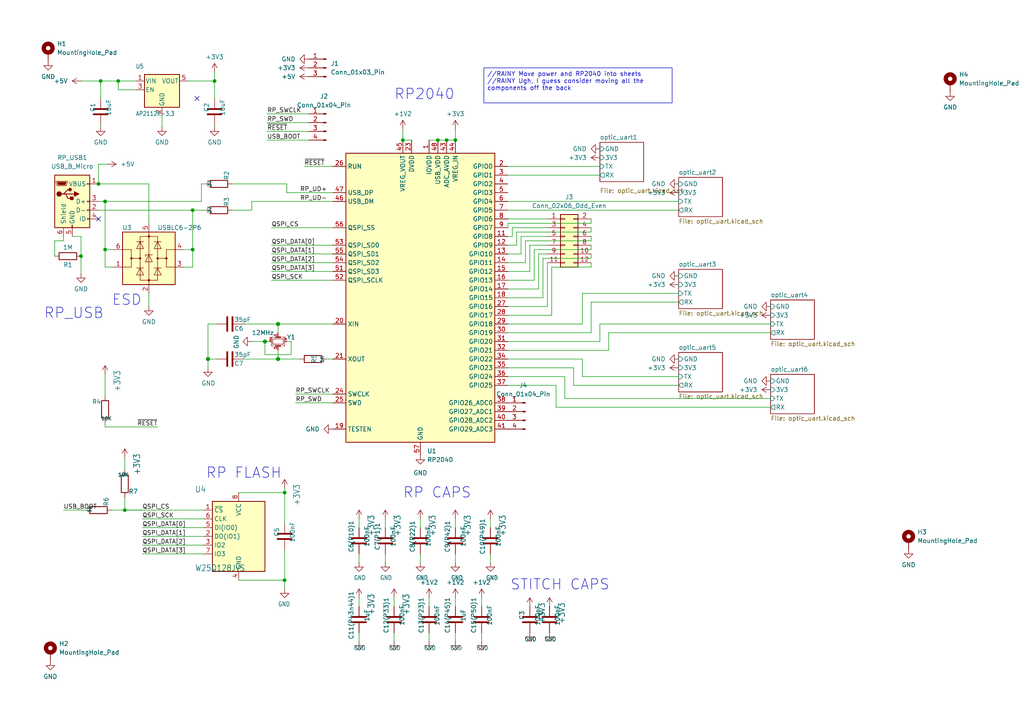
<source format=kicad_sch>
(kicad_sch (version 20231120) (generator "eeschema") (generator_version "8.0")
  (paper "A4")
  (junction (at 36.195 147.955))
  (junction (at 82.55 168.275))
  (junction (at 127 40.64))
  (junction (at 55.88 72.39))
  (junction (at 62.23 23.495))
  (junction (at 76.835 99.06) (diameter 1.016))
  (junction (at 28.575 53.34))
  (junction (at 60.325 104.14) (diameter 1.016))
  (junction (at 34.29 23.495))
  (junction (at 29.21 23.495))
  (junction (at 80.645 93.98) (diameter 1.016))
  (junction (at 30.48 58.42))
  (junction (at 132.08 40.64))
  (junction (at 80.645 104.14) (diameter 1.016))
  (junction (at 116.84 40.64))
  (junction (at 23.495 74.295))
  (junction (at 82.55 142.875))
  (junction (at 55.88 60.96))
  (junction (at 30.48 72.39))
  (junction (at 129.54 40.64))
  (no_connect (at 28.575 63.5))
  (no_connect (at 57.15 28.575))
  (wire (pts (xy 69.215 168.275) (xy 82.55 168.275)))
  (wire (pts (xy 142.24 150.495) (xy 142.24 153.035)) (stroke (width 0.1524)))
  (wire (pts (xy 132.08 37.465) (xy 132.08 40.64)))
  (wire (pts (xy 55.88 60.96) (xy 55.88 72.39)))
  (wire (pts (xy 139.7 173.355) (xy 139.7 175.895)) (stroke (width 0.1524)))
  (wire (pts (xy 28.575 53.34) (xy 43.18 53.34)))
  (wire (pts (xy 104.14 150.495) (xy 104.14 153.035)) (stroke (width 0.1524)))
  (wire (pts (xy 151.13 73.66) (xy 151.13 68.58)))
  (wire (pts (xy 59.055 153.035) (xy 41.275 153.035)) (stroke (width 0.1524)))
  (wire (pts (xy 83.185 53.34) (xy 83.185 55.88)))
  (wire (pts (xy 116.84 37.465) (xy 116.84 40.64)))
  (wire (pts (xy 77.47 40.64) (xy 89.535 40.64)))
  (wire (pts (xy 43.18 53.34) (xy 43.18 64.77)))
  (wire (pts (xy 78.74 73.66) (xy 96.52 73.66)) (stroke (width 0.1524)))
  (wire (pts (xy 147.32 83.82) (xy 156.21 83.82)))
  (wire (pts (xy 124.46 40.64) (xy 127 40.64)))
  (wire (pts (xy 58.42 58.42) (xy 58.42 53.34)))
  (wire (pts (xy 124.46 173.355) (xy 124.46 175.895)) (stroke (width 0.1524)))
  (wire (pts (xy 36.195 132.715) (xy 36.195 135.255)) (stroke (width 0.1524)))
  (wire (pts (xy 124.46 183.515) (xy 124.46 186.055)) (stroke (width 0.1524)))
  (wire (pts (xy 62.23 36.83) (xy 62.23 36.195)))
  (wire (pts (xy 147.32 66.04) (xy 147.32 64.77)))
  (wire (pts (xy 171.45 77.47) (xy 171.45 76.2)))
  (wire (pts (xy 127 40.64) (xy 129.54 40.64)))
  (wire (pts (xy 168.91 93.98) (xy 147.32 93.98)))
  (wire (pts (xy 23.495 23.495) (xy 29.21 23.495)))
  (wire (pts (xy 84.455 99.06) (xy 84.455 102.87)))
  (wire (pts (xy 82.55 159.385) (xy 82.55 161.925)) (stroke (width 0.1524)))
  (wire (pts (xy 60.325 93.98) (xy 60.325 104.14)))
  (wire (pts (xy 147.32 50.8) (xy 173.99 50.8)))
  (wire (pts (xy 149.86 71.12) (xy 149.86 67.31)))
  (wire (pts (xy 30.48 108.585) (xy 30.48 113.665)) (stroke (width 0.1524)))
  (wire (pts (xy 149.86 67.31) (xy 171.45 67.31)))
  (wire (pts (xy 85.725 114.3) (xy 96.52 114.3)))
  (wire (pts (xy 171.45 87.63) (xy 171.45 96.52)))
  (wire (pts (xy 168.91 109.22) (xy 168.91 104.14)))
  (wire (pts (xy 33.02 72.39) (xy 30.48 72.39)))
  (wire (pts (xy 156.21 83.82) (xy 156.21 73.66)))
  (wire (pts (xy 171.45 73.66) (xy 171.45 74.93)))
  (wire (pts (xy 142.24 160.655) (xy 142.24 163.195)) (stroke (width 0.1524)))
  (wire (pts (xy 132.08 173.355) (xy 132.08 175.895)) (stroke (width 0.1524)))
  (wire (pts (xy 32.385 147.955) (xy 36.195 147.955)))
  (wire (pts (xy 223.52 96.52) (xy 176.53 96.52)))
  (wire (pts (xy 82.55 141.605) (xy 82.55 142.875)) (stroke (width 0.1524)))
  (wire (pts (xy 196.85 85.09) (xy 168.91 85.09)))
  (wire (pts (xy 30.48 58.42) (xy 58.42 58.42)))
  (wire (pts (xy 80.645 104.14) (xy 86.995 104.14)))
  (wire (pts (xy 153.67 71.12) (xy 158.75 71.12)))
  (wire (pts (xy 84.455 102.87) (xy 76.835 102.87)))
  (wire (pts (xy 55.88 60.96) (xy 59.69 60.96)))
  (wire (pts (xy 23.495 147.955) (xy 18.415 147.955)) (stroke (width 0.1524)))
  (wire (pts (xy 78.74 66.04) (xy 96.52 66.04)))
  (wire (pts (xy 46.99 33.655) (xy 46.99 36.83)) (stroke (width 0.1524)))
  (wire (pts (xy 23.495 147.955) (xy 24.765 147.955)))
  (wire (pts (xy 171.45 64.77) (xy 171.45 63.5)))
  (wire (pts (xy 163.83 115.57) (xy 163.83 109.22)))
  (wire (pts (xy 77.47 38.1) (xy 89.535 38.1)))
  (wire (pts (xy 23.495 74.295) (xy 23.495 79.375)))
  (wire (pts (xy 166.37 111.76) (xy 166.37 106.68)))
  (wire (pts (xy 147.32 73.66) (xy 151.13 73.66)))
  (wire (pts (xy 147.32 78.74) (xy 153.67 78.74)))
  (wire (pts (xy 82.55 168.275) (xy 82.55 170.815)))
  (wire (pts (xy 158.75 88.9) (xy 158.75 76.2)))
  (wire (pts (xy 161.29 118.11) (xy 223.52 118.11)))
  (wire (pts (xy 80.645 96.52) (xy 80.645 93.98)))
  (wire (pts (xy 160.02 91.44) (xy 160.02 77.47)))
  (wire (pts (xy 73.025 99.06) (xy 76.835 99.06)))
  (wire (pts (xy 168.91 85.09) (xy 168.91 93.98)))
  (wire (pts (xy 173.99 99.06) (xy 173.99 93.98)))
  (wire (pts (xy 78.74 78.74) (xy 96.52 78.74)) (stroke (width 0.1524)))
  (wire (pts (xy 157.48 74.93) (xy 171.45 74.93)))
  (wire (pts (xy 173.99 93.98) (xy 223.52 93.98)))
  (wire (pts (xy 147.32 58.42) (xy 196.85 58.42)))
  (wire (pts (xy 70.485 104.14) (xy 80.645 104.14)))
  (wire (pts (xy 114.3 183.515) (xy 114.3 186.055)) (stroke (width 0.1524)))
  (wire (pts (xy 80.645 93.98) (xy 96.52 93.98)))
  (wire (pts (xy 62.865 93.98) (xy 60.325 93.98)))
  (wire (pts (xy 85.725 116.84) (xy 96.52 116.84)))
  (wire (pts (xy 196.85 111.76) (xy 166.37 111.76)))
  (wire (pts (xy 83.185 99.06) (xy 84.455 99.06)))
  (wire (pts (xy 78.74 71.12) (xy 96.52 71.12)) (stroke (width 0.1524)))
  (wire (pts (xy 34.29 23.495) (xy 39.37 23.495)) (stroke (width 0.1524)))
  (wire (pts (xy 121.92 150.495) (xy 121.92 153.035)) (stroke (width 0.1524)))
  (wire (pts (xy 80.645 101.6) (xy 80.645 104.14)))
  (wire (pts (xy 41.275 150.495) (xy 59.055 150.495)) (stroke (width 0.1524)))
  (wire (pts (xy 28.575 60.96) (xy 55.88 60.96)))
  (wire (pts (xy 104.14 173.355) (xy 104.14 175.895)) (stroke (width 0.1524)))
  (wire (pts (xy 31.115 47.625) (xy 28.575 47.625)))
  (wire (pts (xy 147.32 76.2) (xy 152.4 76.2)))
  (wire (pts (xy 36.195 144.145) (xy 36.195 145.415)))
  (wire (pts (xy 96.52 48.26) (xy 88.265 48.26)))
  (wire (pts (xy 151.13 68.58) (xy 158.75 68.58)))
  (wire (pts (xy 67.31 53.34) (xy 83.185 53.34)))
  (wire (pts (xy 36.195 147.955) (xy 59.055 147.955)) (stroke (width 0.1524)))
  (wire (pts (xy 18.415 68.58) (xy 18.415 69.85)))
  (wire (pts (xy 196.85 109.22) (xy 168.91 109.22)))
  (wire (pts (xy 62.23 20.955) (xy 62.23 23.495)) (stroke (width 0.1524)))
  (wire (pts (xy 154.94 72.39) (xy 171.45 72.39)))
  (wire (pts (xy 168.91 104.14) (xy 147.32 104.14)))
  (wire (pts (xy 70.485 93.98) (xy 80.645 93.98)))
  (wire (pts (xy 62.23 23.495) (xy 62.23 28.575)) (stroke (width 0.1524)))
  (wire (pts (xy 148.59 66.04) (xy 158.75 66.04)))
  (wire (pts (xy 223.52 115.57) (xy 163.83 115.57)))
  (wire (pts (xy 196.85 87.63) (xy 171.45 87.63)))
  (wire (pts (xy 166.37 106.68) (xy 147.32 106.68)))
  (wire (pts (xy 28.575 47.625) (xy 28.575 53.34)))
  (wire (pts (xy 171.45 68.58) (xy 171.45 69.85)))
  (wire (pts (xy 176.53 96.52) (xy 176.53 101.6)))
  (wire (pts (xy 43.18 85.09) (xy 43.18 88.9)))
  (wire (pts (xy 129.54 40.64) (xy 132.08 40.64)))
  (wire (pts (xy 171.45 67.31) (xy 171.45 66.04)))
  (wire (pts (xy 104.14 183.515) (xy 104.14 186.055)) (stroke (width 0.1524)))
  (wire (pts (xy 41.275 160.655) (xy 59.055 160.655)) (stroke (width 0.1524)))
  (wire (pts (xy 132.08 183.515) (xy 132.08 186.055)) (stroke (width 0.1524)))
  (wire (pts (xy 73.025 58.42) (xy 73.025 60.96)))
  (wire (pts (xy 82.55 161.925) (xy 82.55 168.275)))
  (wire (pts (xy 147.32 81.28) (xy 154.94 81.28)))
  (wire (pts (xy 29.21 28.575) (xy 29.21 23.495)) (stroke (width 0.1524)))
  (wire (pts (xy 60.325 104.14) (xy 60.325 106.68)))
  (wire (pts (xy 30.48 58.42) (xy 30.48 72.39)))
  (wire (pts (xy 77.47 35.56) (xy 89.535 35.56)))
  (wire (pts (xy 30.48 113.665) (xy 30.48 114.935)))
  (wire (pts (xy 29.21 36.195) (xy 29.21 36.83)) (stroke (width 0.1524)))
  (wire (pts (xy 78.74 76.2) (xy 96.52 76.2)) (stroke (width 0.1524)))
  (wire (pts (xy 160.02 77.47) (xy 171.45 77.47)))
  (wire (pts (xy 30.48 123.825) (xy 45.72 123.825)))
  (wire (pts (xy 147.32 88.9) (xy 158.75 88.9)))
  (wire (pts (xy 77.47 33.02) (xy 89.535 33.02)))
  (wire (pts (xy 59.055 158.115) (xy 41.275 158.115)) (stroke (width 0.1524)))
  (wire (pts (xy 156.21 73.66) (xy 158.75 73.66)))
  (wire (pts (xy 83.185 55.88) (xy 96.52 55.88)))
  (wire (pts (xy 15.875 69.85) (xy 15.875 74.295)))
  (wire (pts (xy 152.4 69.85) (xy 171.45 69.85)))
  (wire (pts (xy 147.32 91.44) (xy 160.02 91.44)))
  (wire (pts (xy 53.34 77.47) (xy 55.88 77.47)))
  (wire (pts (xy 55.88 72.39) (xy 55.88 77.47)))
  (wire (pts (xy 163.83 109.22) (xy 147.32 109.22)))
  (wire (pts (xy 121.92 160.655) (xy 121.92 163.195)) (stroke (width 0.1524)))
  (wire (pts (xy 53.34 72.39) (xy 55.88 72.39)))
  (wire (pts (xy 36.195 147.955) (xy 41.275 147.955)))
  (wire (pts (xy 34.29 23.495) (xy 34.29 26.035)) (stroke (width 0.1524)))
  (wire (pts (xy 54.61 23.495) (xy 57.15 23.495)))
  (wire (pts (xy 36.195 135.255) (xy 36.195 136.525)))
  (wire (pts (xy 147.32 68.58) (xy 148.59 68.58)))
  (wire (pts (xy 171.45 71.12) (xy 171.45 72.39)))
  (wire (pts (xy 69.215 142.875) (xy 82.55 142.875)))
  (wire (pts (xy 18.415 69.85) (xy 15.875 69.85)))
  (wire (pts (xy 94.615 104.14) (xy 96.52 104.14)))
  (wire (pts (xy 132.08 150.495) (xy 132.08 153.035)) (stroke (width 0.1524)))
  (wire (pts (xy 157.48 86.36) (xy 157.48 74.93)))
  (wire (pts (xy 161.29 111.76) (xy 161.29 118.11)))
  (wire (pts (xy 29.21 23.495) (xy 34.29 23.495)) (stroke (width 0.1524)))
  (wire (pts (xy 147.32 63.5) (xy 158.75 63.5)))
  (wire (pts (xy 23.495 68.58) (xy 23.495 74.295)))
  (wire (pts (xy 147.32 99.06) (xy 173.99 99.06)))
  (wire (pts (xy 147.32 64.77) (xy 171.45 64.77)))
  (wire (pts (xy 147.32 71.12) (xy 149.86 71.12)))
  (wire (pts (xy 147.32 60.96) (xy 196.85 60.96)))
  (wire (pts (xy 76.835 102.87) (xy 76.835 99.06)))
  (wire (pts (xy 132.08 160.655) (xy 132.08 163.195)) (stroke (width 0.1524)))
  (wire (pts (xy 20.955 68.58) (xy 23.495 68.58)))
  (wire (pts (xy 116.84 40.64) (xy 119.38 40.64)))
  (wire (pts (xy 30.48 122.555) (xy 30.48 123.825)))
  (wire (pts (xy 114.3 173.355) (xy 114.3 175.895)) (stroke (width 0.1524)))
  (wire (pts (xy 36.195 145.415) (xy 36.195 147.955)) (stroke (width 0.1524)))
  (wire (pts (xy 154.94 81.28) (xy 154.94 72.39)))
  (wire (pts (xy 57.15 23.495) (xy 62.23 23.495)) (stroke (width 0.1524)))
  (wire (pts (xy 111.76 150.495) (xy 111.76 153.035)) (stroke (width 0.1524)))
  (wire (pts (xy 176.53 101.6) (xy 147.32 101.6)))
  (wire (pts (xy 152.4 76.2) (xy 152.4 69.85)))
  (wire (pts (xy 33.02 77.47) (xy 30.48 77.47)))
  (wire (pts (xy 78.74 81.28) (xy 96.52 81.28)))
  (wire (pts (xy 147.32 111.76) (xy 161.29 111.76)))
  (wire (pts (xy 147.32 48.26) (xy 173.99 48.26)))
  (wire (pts (xy 153.67 78.74) (xy 153.67 71.12)))
  (wire (pts (xy 111.76 160.655) (xy 111.76 163.195)) (stroke (width 0.1524)))
  (wire (pts (xy 60.325 104.14) (xy 62.865 104.14)))
  (wire (pts (xy 139.7 183.515) (xy 139.7 186.055)) (stroke (width 0.1524)))
  (wire (pts (xy 58.42 53.34) (xy 59.69 53.34)))
  (wire (pts (xy 171.45 96.52) (xy 147.32 96.52)))
  (wire (pts (xy 67.31 60.96) (xy 73.025 60.96)))
  (wire (pts (xy 148.59 68.58) (xy 148.59 66.04)))
  (wire (pts (xy 104.14 160.655) (xy 104.14 163.195)) (stroke (width 0.1524)))
  (wire (pts (xy 76.835 99.06) (xy 78.105 99.06)))
  (wire (pts (xy 34.29 26.035) (xy 39.37 26.035)) (stroke (width 0.1524)))
  (wire (pts (xy 73.025 58.42) (xy 96.52 58.42)))
  (wire (pts (xy 30.48 72.39) (xy 30.48 77.47)))
  (wire (pts (xy 147.32 86.36) (xy 157.48 86.36)))
  (wire (pts (xy 28.575 58.42) (xy 30.48 58.42)))
  (wire (pts (xy 82.55 142.875) (xy 82.55 151.765)) (stroke (width 0.1524)))
  (wire (pts (xy 41.275 155.575) (xy 59.055 155.575)))
  (text_box "//RAINY Move power and RP2040 into sheets\n//RAINY Ugh, I guess consider moving all the components off the back" (at 140.335 19.685 0) (size 54.61 10.16) (effects (font (size 1.27 1.27)) (justify left top)))
  (text "RP_USB" (at 12.7 92.71 0) (effects (font (size 3 3)) (justify left bottom)))
  (text "RP CAPS" (at 116.84 144.78 0) (effects (font (size 3 3)) (justify left bottom)))
  (text "RP FLASH" (at 59.69 139.065 0) (effects (font (size 3 3)) (justify left bottom)))
  (text "RP2040" (at 114.3 29.21 0) (effects (font (size 3 3)) (justify left bottom)))
  (text "STITCH CAPS" (at 147.955 171.45 0) (effects (font (size 3 3)) (justify left bottom)))
  (text "ESD" (at 32.385 88.9 0) (effects (font (size 3 3)) (justify left bottom)))
  (label "QSPI_DATA[2]" (at 41.275 158.115 0) (effects (font (size 1.2446 1.2446))))
  (label "USB_BOOT" (at 77.47 40.64 0) (effects (font (size 1.2446 1.2446))))
  (label "RP_SWD" (at 77.47 35.56 0))
  (label "QSPI_SCK" (at 41.275 150.495 0) (effects (font (size 1.2446 1.2446))))
  (label "~{RESET}" (at 77.47 38.1 0))
  (label "QSPI_DATA[1]" (at 41.275 155.575 0) (effects (font (size 1.2446 1.2446))))
  (label "RP_SWD" (at 85.725 116.84 0))
  (label "QSPI_DATA[0]" (at 78.74 71.12 0) (effects (font (size 1.2446 1.2446))))
  (label "RP_SWCLK" (at 85.725 114.3 0))
  (label "QSPI_DATA[1]" (at 78.74 73.66 0) (effects (font (size 1.2446 1.2446))))
  (label "~{RESET}" (at 88.265 48.26 0))
  (label "QSPI_SCK" (at 78.74 81.28 0) (effects (font (size 1.2446 1.2446))))
  (label "QSPI_CS" (at 78.74 66.04 0) (effects (font (size 1.2446 1.2446))))
  (label "RP_UD+" (at 86.995 55.88 0))
  (label "QSPI_DATA[3]" (at 41.275 160.655 0) (effects (font (size 1.2446 1.2446))))
  (label "QSPI_DATA[3]" (at 78.74 78.74 0) (effects (font (size 1.2446 1.2446))))
  (label "QSPI_CS" (at 41.275 147.955 0) (effects (font (size 1.2446 1.2446))))
  (label "~{RESET}" (at 45.72 123.825 180))
  (label "RP_SWCLK" (at 77.47 33.02 0))
  (label "QSPI_DATA[0]" (at 41.275 153.035 0) (effects (font (size 1.2446 1.2446))))
  (label "QSPI_DATA[2]" (at 78.74 76.2 0) (effects (font (size 1.2446 1.2446))))
  (label "USB_BOOT" (at 18.415 147.955 0) (effects (font (size 1.2446 1.2446))))
  (label "RP_UD-" (at 86.995 58.42 0))
  (symbol (lib_id "power:GND") (at 121.92 132.08 0) (unit 1)
    (property "Reference" "#PWR04" (effects (hide yes)))
    (property "Value" "GND" (at 121.92 137.16 0))
  )
  (symbol (lib_id "power:GND") (at 114.3 186.055 0) (unit 1)
    (property "Reference" "#U$08" (effects (hide yes)))
    (property "Value" "GND" (at 112.776 188.595 0) (effects (font (size 1.27 1.0795)) (justify left bottom)))
  )
  (symbol (lib_id "power:+1V2") (at 132.08 173.355 0) (unit 1)
    (property "Reference" "#PWR042" (effects (hide yes)))
    (property "Value" "+1V2" (at 132.08 168.91 0))
  )
  (symbol (lib_id "power:GND") (at 60.325 106.68 0) (unit 1)
    (property "Reference" "#PWR010" (effects (hide yes)))
    (property "Value" "GND" (at 60.452 111.1504 0))
  )
  (symbol (lib_id "power:+3V3") (at 173.99 45.72 90) (unit 1)
    (property "Reference" "#PWR05" (effects (hide yes)))
    (property "Value" "+3V3" (at 170.18 45.7199 90) (effects (justify left)))
  )
  (symbol (lib_id "power:GND") (at 121.92 163.195 0) (unit 1)
    (property "Reference" "#U$04" (effects (hide yes)))
    (property "Value" "GND" (at 120.65 168.275 0) (effects (font (size 1.27 1.0795)) (justify left bottom)))
  )
  (symbol (lib_id "Device:C") (at 29.21 32.385 0) (unit 1)
    (property "Reference" "C1" (at 26.92 31.135 90))
    (property "Value" "10uF" (at 31.51 31.135 90))
    (property "Footprint" "Capacitor_SMD:C_0805_2012Metric" (effects (hide yes)))
    (property "MFR" "CL21A106KOQNNNE" (effects (hide yes)))
    (property "LCSC" "C1713" (effects (hide yes)))
  )
  (symbol (lib_id "Device:R") (at 90.805 104.14 90) (unit 1)
    (property "Reference" "R5" (at 91.8464 105.41 0) (effects (justify left bottom)))
    (property "Value" "1K" (at 94.107 105.41 0) (effects (font (size 1.016 1.016) (bold yes)) (justify left bottom)))
    (property "Footprint" "Resistor_SMD:R_0402_1005Metric" (effects (hide yes)))
    (property "MFR" "RC-02K102JT" (effects (hide yes)))
    (property "LCSC" "C140196" (effects (hide yes)))
  )
  (symbol (lib_id "Device:C") (at 111.76 156.845 0) (unit 1)
    (property "Reference" "C7(P1)1" (at 109.47 155.595 90))
    (property "Value" "100nF" (at 114.06 155.595 90))
    (property "Footprint" "Capacitor_SMD:C_0402_1005Metric" (effects (hide yes)))
    (property "MFR" "CL05B104KO5NNNC" (effects (hide yes)))
    (property "LCSC" "C1525" (effects (hide yes)))
  )
  (symbol (lib_id "power:GND") (at 89.535 17.145 270) (unit 1)
    (property "Reference" "#PWR019" (effects (hide yes)))
    (property "Value" "GND" (at 85.725 17.145 90) (effects (justify right)))
  )
  (symbol (lib_id "power:GND") (at 159.385 183.515 0) (unit 1)
    (property "Reference" "#U$011" (effects (hide yes)))
    (property "Value" "GND" (at 157.861 186.055 0) (effects (font (size 1.27 1.0795)) (justify left bottom)))
  )
  (symbol (lib_id "power:+3V3") (at 30.48 108.585 0) (mirror y) (unit 1)
    (property "Reference" "#+3V010" (effects (hide yes)))
    (property "Value" "+3V3" (at 33.02 113.665 90) (effects (font (size 1.778 1.5113)) (justify left bottom)))
  )
  (symbol (lib_id "Mechanical:MountingHole_Pad") (at 263.525 156.845 0) (unit 1)
    (property "Reference" "H3" (at 266.065 154.305 0) (effects (justify left)))
    (property "Value" "MountingHole_Pad" (at 266.065 156.845 0) (effects (justify left)))
    (property "Footprint" "MountingHole:MountingHole_2.5mm_Pad" (effects (hide yes)))
  )
  (symbol (lib_id "Device:C") (at 142.24 156.845 0) (unit 1)
    (property "Reference" "C10(P49)1" (at 139.95 155.595 90))
    (property "Value" "100nF" (at 144.54 155.595 90))
    (property "Footprint" "Capacitor_SMD:C_0402_1005Metric" (effects (hide yes)))
    (property "MFR" "CL05B104KO5NNNC" (effects (hide yes)))
    (property "LCSC" "C1525" (effects (hide yes)))
  )
  (symbol (lib_id "power:+3V3") (at 223.52 91.44 90) (unit 1)
    (property "Reference" "#PWR017" (effects (hide yes)))
    (property "Value" "+3V3" (at 219.71 91.4399 90) (effects (justify left)))
  )
  (symbol (lib_id "Device:R") (at 36.195 140.335 180) (unit 1)
    (property "Reference" "R7" (at 40.005 141.8336 0) (effects (justify left bottom)))
    (property "Value" "10K" (at 37.465 137.033 0) (effects (font (size 1.016 1.016) (bold yes)) (justify left bottom)))
    (property "Footprint" "Resistor_SMD:R_0402_1005Metric" (effects (hide yes)))
    (property "MFR" "RC0402FR-0710KL" (effects (hide yes)))
    (property "LCSC" "C60490" (effects (hide yes)))
  )
  (symbol (lib_id "power:+5V") (at 31.115 47.625 270) (unit 1)
    (property "Reference" "#PWR02" (effects (hide yes)))
    (property "Value" "+5V" (at 34.925 47.625 90) (effects (justify left)))
  )
  (symbol (lib_id "power:+3V3") (at 223.52 113.03 90) (unit 1)
    (property "Reference" "#PWR023" (effects (hide yes)))
    (property "Value" "+3V3" (at 219.71 113.0299 90) (effects (justify left)))
  )
  (symbol (lib_id "Device:Crystal_GND24_Small") (at 80.645 99.06 270) (unit 1)
    (property "Reference" "Y1" (at 83.185 97.79 90) (effects (justify left)))
    (property "Value" "12MHz" (at 73.025 96.52 90) (effects (justify left)))
    (property "Footprint" "Crystal:Crystal_SMD_3225-4Pin_3.2x2.5mm" (effects (hide yes)))
    (property "MFR" "X322512MSB4SI" (effects (hide yes)))
    (property "LCSC" "C9002" (effects (hide yes)))
  )
  (symbol (lib_id "Power_Protection:USBLC6-2P6") (at 43.18 74.93 0) (unit 1)
    (property "Reference" "U3" (at 36.83 66.04 0))
    (property "Value" "USBLC6-2P6" (at 52.07 66.04 0))
    (property "Footprint" "Package_TO_SOT_SMD:SOT-666" (effects (hide yes)))
    (property "Datasheet" "https://www.st.com/resource/en/datasheet/usblc6-2.pdf" (effects (hide yes)))
    (property "MFR" "USBLC6-2P6" (effects (hide yes)))
    (property "LCSC" "C2827693" (effects (hide yes)))
  )
  (symbol (lib_id "Device:R") (at 30.48 118.745 0) (unit 1)
    (property "Reference" "R4" (at 26.67 117.2464 0) (effects (justify left bottom)))
    (property "Value" "10K" (at 29.21 122.047 0) (effects (font (size 1.016 1.016) (bold yes)) (justify left bottom)))
    (property "Footprint" "Resistor_SMD:R_0402_1005Metric" (effects (hide yes)))
    (property "MFR" "RC0402FR-0710KL" (effects (hide yes)))
    (property "LCSC" "C60490" (effects (hide yes)))
  )
  (symbol (lib_id "Device:C") (at 153.67 179.705 0) (unit 1)
    (property "Reference" "C3" (at 151.38 178.455 90))
    (property "Value" "100nF" (at 155.97 178.455 90))
    (property "Footprint" "Capacitor_SMD:C_0402_1005Metric" (effects (hide yes)))
    (property "MFR" "CL05B104KO5NNNC" (effects (hide yes)))
    (property "LCSC" "C1525" (effects (hide yes)))
  )
  (symbol (lib_id "Device:C") (at 104.14 179.705 0) (unit 1)
    (property "Reference" "C11(P43n44)1" (at 101.85 178.455 90))
    (property "Value" "1uF" (at 106.44 178.455 90))
    (property "Footprint" "Capacitor_SMD:C_0402_1005Metric" (effects (hide yes)))
    (property "MFR" "CL05A105KP5NNNC" (effects (hide yes)))
    (property "LCSC" "C14445" (effects (hide yes)))
  )
  (symbol (lib_id "Mechanical:MountingHole_Pad") (at 13.97 15.24 0) (unit 1)
    (property "Reference" "H1" (at 16.51 12.7 0) (effects (justify left)))
    (property "Value" "MountingHole_Pad" (at 16.51 15.24 0) (effects (justify left)))
    (property "Footprint" "MountingHole:MountingHole_2.5mm_Pad" (effects (hide yes)))
  )
  (symbol (lib_id "Device:C") (at 66.675 104.14 270) (mirror x) (unit 1)
    (property "Reference" "C7" (at 67.945 105.41 90) (effects (justify left)))
    (property "Value" "35pF" (at 67.945 102.87 90) (effects (justify left)))
    (property "Footprint" "Capacitor_SMD:C_0402_1005Metric" (effects (hide yes)))
    (property "Description" "50V 36pF NP0 ±1% 0402  Multilayer Ceramic Capacitors MLCC - SMD/SMT ROHS" (effects (hide yes)))
    (property "Note" "Swapped for 36pF, I'm guessing the parasitic capacitance anyway" (effects (hide yes)))
    (property "MFR" "CC0402FRNPO9BN360" (effects (hide yes)))
    (property "LCSC" "C541436" (effects (hide yes)))
    (property "URL" "https://jlcpcb.com/partdetail/Yageo-CC0402FRNPO9BN360/C541436" (effects (hide yes)))
  )
  (symbol (lib_id "Mechanical:MountingHole_Pad") (at 14.605 189.23 0) (unit 1)
    (property "Reference" "H2" (at 17.145 186.69 0) (effects (justify left)))
    (property "Value" "MountingHole_Pad" (at 17.145 189.23 0) (effects (justify left)))
    (property "Footprint" "MountingHole:MountingHole_2.5mm_Pad" (effects (hide yes)))
  )
  (symbol (lib_id "Device:C") (at 66.675 93.98 270) (mirror x) (unit 1)
    (property "Reference" "C6" (at 67.945 95.25 90) (effects (justify left)))
    (property "Value" "35pF" (at 67.945 92.71 90) (effects (justify left)))
    (property "Footprint" "Capacitor_SMD:C_0402_1005Metric" (effects (hide yes)))
    (property "Description" "50V 36pF NP0 ±1% 0402  Multilayer Ceramic Capacitors MLCC - SMD/SMT ROHS" (effects (hide yes)))
    (property "Note" "Swapped for 36pF, I'm guessing the parasitic capacitance anyway" (effects (hide yes)))
    (property "MFR" "CC0402FRNPO9BN360" (effects (hide yes)))
    (property "LCSC" "C541436" (effects (hide yes)))
    (property "URL" "https://jlcpcb.com/partdetail/Yageo-CC0402FRNPO9BN360/C541436" (effects (hide yes)))
  )
  (symbol (lib_id "power:+3V3") (at 104.14 173.355 0) (mirror y) (unit 1)
    (property "Reference" "#+3V08" (effects (hide yes)))
    (property "Value" "+3V3" (at 106.68 178.435 90) (effects (font (size 1.778 1.5113)) (justify left bottom)))
  )
  (symbol (lib_id "Memory_Flash:W25Q128JVS") (at 69.215 155.575 0) (unit 1)
    (property "Reference" "U4" (at 56.515 142.875 0) (effects (font (size 1.778 1.5113)) (justify left bottom)))
    (property "Value" "W25Q128JVS" (at 56.515 165.735 0) (effects (font (size 1.778 1.5113)) (justify left bottom)))
    (property "Footprint" "Package_SO:SOIC-8_5.23x5.23mm_P1.27mm" (effects (hide yes)))
    (property "Datasheet" "http://www.winbond.com/resource-files/w25q128jv_dtr%20revc%2003272018%20plus.pdf" (effects (hide yes)))
    (property "MFR" "W25Q128JVSIQ" (effects (hide yes)))
    (property "LCSC" "C97521" (effects (hide yes)))
  )
  (symbol (lib_id "power:GND") (at 153.67 183.515 0) (unit 1)
    (property "Reference" "#U$09" (effects (hide yes)))
    (property "Value" "GND" (at 152.146 186.055 0) (effects (font (size 1.27 1.0795)) (justify left bottom)))
  )
  (symbol (lib_id "power:+3V3") (at 82.55 141.605 0) (mirror y) (unit 1)
    (property "Reference" "#+3V02" (effects (hide yes)))
    (property "Value" "+3V3" (at 85.09 146.685 90) (effects (font (size 1.778 1.5113)) (justify left bottom)))
  )
  (symbol (lib_id "power:+1V2") (at 139.7 173.355 0) (unit 1)
    (property "Reference" "#PWR043" (effects (hide yes)))
    (property "Value" "+1V2" (at 139.7 168.91 0))
  )
  (symbol (lib_id "power:GND") (at 29.21 36.83 0) (unit 1)
    (property "Reference" "#PWR035" (effects (hide yes)))
    (property "Value" "GND" (at 29.21 41.275 0))
  )
  (symbol (lib_id "Connector:Conn_01x04_Pin") (at 152.4 119.38 0) (mirror y) (unit 1)
    (property "Reference" "J4" (at 151.765 111.76 0))
    (property "Value" "Conn_01x04_Pin" (at 151.765 114.3 0))
    (property "Footprint" "Connector_PinHeader_2.54mm:PinHeader_1x04_P2.54mm_Vertical" (effects (hide yes)))
    (property "Description" "250V 3A Straight Square Pins 2.5mm 4P 6mm -40℃~+105℃ 3mm 2.54mm Plugin Black 1x4P Plugin,P=2.54mm  Pin Headers ROHS" (effects (hide yes)))
    (property "MFR" "PZ254V-11-04P" (effects (hide yes)))
    (property "LCSC" "C2691448" (effects (hide yes)))
    (property "URL" "https://jlcpcb.com/partdetail/Xfcn-PZ254V_1104P/C2691448" (effects (hide yes)))
  )
  (symbol (lib_id "power:+5V") (at 89.535 22.225 90) (unit 1)
    (property "Reference" "#PWR040" (effects (hide yes)))
    (property "Value" "+5V" (at 85.725 22.225 90) (effects (justify left)))
  )
  (symbol (lib_id "Device:C") (at 139.7 179.705 0) (unit 1)
    (property "Reference" "C15(P50)1" (at 137.41 178.455 90))
    (property "Value" "100nF" (at 142 178.455 90))
    (property "Footprint" "Capacitor_SMD:C_0402_1005Metric" (effects (hide yes)))
    (property "MFR" "CL05B104KO5NNNC" (effects (hide yes)))
    (property "LCSC" "C1525" (effects (hide yes)))
  )
  (symbol (lib_id "Device:C") (at 121.92 156.845 0) (unit 1)
    (property "Reference" "C8(P22)1" (at 119.63 155.595 90))
    (property "Value" "100nF" (at 124.22 155.595 90))
    (property "Footprint" "Capacitor_SMD:C_0402_1005Metric" (effects (hide yes)))
    (property "MFR" "CL05B104KO5NNNC" (effects (hide yes)))
    (property "LCSC" "C1525" (effects (hide yes)))
  )
  (symbol (lib_id "power:GND") (at 275.59 26.67 0) (unit 1)
    (property "Reference" "#PWR048" (effects (hide yes)))
    (property "Value" "GND" (at 275.59 31.115 0))
  )
  (symbol (lib_id "power:GND") (at 223.52 110.49 270) (unit 1)
    (property "Reference" "#PWR022" (effects (hide yes)))
    (property "Value" "GND" (at 219.71 110.49 90) (effects (justify right)))
  )
  (symbol (lib_id "power:+3V3") (at 142.24 150.495 0) (mirror y) (unit 1)
    (property "Reference" "#+3V07" (effects (hide yes)))
    (property "Value" "+3V3" (at 144.78 155.575 90) (effects (font (size 1.778 1.5113)) (justify left bottom)))
  )
  (symbol (lib_id "power:GND") (at 82.55 170.815 0) (unit 1)
    (property "Reference" "#U$01" (effects (hide yes)))
    (property "Value" "GND" (at 80.645 175.895 0) (effects (font (size 1.27 1.0795)) (justify left bottom)))
  )
  (symbol (lib_id "power:+3V3") (at 196.85 106.68 90) (unit 1)
    (property "Reference" "#PWR021" (effects (hide yes)))
    (property "Value" "+3V3" (at 193.04 106.6799 90) (effects (justify left)))
  )
  (symbol (lib_id "power:GND") (at 132.08 186.055 0) (unit 1)
    (property "Reference" "#U$012" (effects (hide yes)))
    (property "Value" "GND" (at 130.556 188.595 0) (effects (font (size 1.27 1.0795)) (justify left bottom)))
  )
  (symbol (lib_id "Device:C") (at 124.46 179.705 0) (unit 1)
    (property "Reference" "C13(P23)1" (at 122.17 178.455 90))
    (property "Value" "100nF" (at 126.76 178.455 90))
    (property "Footprint" "Capacitor_SMD:C_0402_1005Metric" (effects (hide yes)))
    (property "MFR" "CL05B104KO5NNNC" (effects (hide yes)))
    (property "LCSC" "C1525" (effects (hide yes)))
  )
  (symbol (lib_id "power:+3V3") (at 104.14 150.495 0) (mirror y) (unit 1)
    (property "Reference" "#+3V03" (effects (hide yes)))
    (property "Value" "+3V3" (at 106.68 155.575 90) (effects (font (size 1.778 1.5113)) (justify left bottom)))
  )
  (symbol (lib_id "Device:R") (at 63.5 53.34 270) (unit 1)
    (property "Reference" "R2" (at 64.9986 49.53 0) (effects (justify left bottom)))
    (property "Value" "27" (at 60.198 52.07 0) (effects (font (size 1.016 1.016) (bold yes)) (justify left bottom)))
    (property "Footprint" "Resistor_SMD:R_0402_1005Metric" (effects (hide yes)))
    (property "MFR" "0402WGF270JTCE" (effects (hide yes)))
    (property "LCSC" "C25100" (effects (hide yes)))
  )
  (symbol (lib_id "Device:C") (at 159.385 179.705 0) (unit 1)
    (property "Reference" "C4" (at 157.095 178.455 90))
    (property "Value" "100nF" (at 161.685 178.455 90))
    (property "Footprint" "Capacitor_SMD:C_0402_1005Metric" (effects (hide yes)))
    (property "MFR" "CL05B104KO5NNNC" (effects (hide yes)))
    (property "LCSC" "C1525" (effects (hide yes)))
  )
  (symbol (lib_id "power:GND") (at 223.52 88.9 270) (unit 1)
    (property "Reference" "#PWR016" (effects (hide yes)))
    (property "Value" "GND" (at 219.71 88.9 90) (effects (justify right)))
  )
  (symbol (lib_id "power:+3V3") (at 36.195 132.715 0) (mirror y) (unit 1)
    (property "Reference" "#+3V01" (effects (hide yes)))
    (property "Value" "+3V3" (at 38.735 137.795 90) (effects (font (size 1.778 1.5113)) (justify left bottom)))
  )
  (symbol (lib_id "power:GND") (at 46.99 36.83 0) (unit 1)
    (property "Reference" "#PWR034" (effects (hide yes)))
    (property "Value" "GND" (at 46.99 41.275 0))
  )
  (symbol (lib_id "power:GND") (at 173.99 43.18 270) (unit 1)
    (property "Reference" "#PWR06" (effects (hide yes)))
    (property "Value" "GND" (at 170.18 43.18 90) (effects (justify right)))
  )
  (symbol (lib_id "power:GND") (at 13.97 17.78 0) (unit 1)
    (property "Reference" "#PWR045" (effects (hide yes)))
    (property "Value" "GND" (at 13.97 22.225 0))
  )
  (symbol (lib_id "Device:C") (at 62.23 32.385 0) (unit 1)
    (property "Reference" "C2" (at 59.94 31.135 90))
    (property "Value" "10uF" (at 64.53 31.135 90))
    (property "Footprint" "Capacitor_SMD:C_0805_2012Metric" (effects (hide yes)))
    (property "MFR" "CL21A106KOQNNNE" (effects (hide yes)))
    (property "LCSC" "C1713" (effects (hide yes)))
  )
  (symbol (lib_id "Device:C") (at 82.55 155.575 0) (unit 1)
    (property "Reference" "C5" (at 80.26 154.325 90))
    (property "Value" "100nF" (at 84.85 154.325 90))
    (property "Footprint" "Capacitor_SMD:C_0402_1005Metric" (effects (hide yes)))
    (property "MFR" "CL05B104KO5NNNC" (effects (hide yes)))
    (property "LCSC" "C1525" (effects (hide yes)))
  )
  (symbol (lib_id "power:GND") (at 139.7 186.055 0) (unit 1)
    (property "Reference" "#U$014" (effects (hide yes)))
    (property "Value" "GND" (at 138.176 188.595 0) (effects (font (size 1.27 1.0795)) (justify left bottom)))
  )
  (symbol (lib_id "power:GND") (at 23.495 79.375 0) (unit 1)
    (property "Reference" "#PWR032" (effects (hide yes)))
    (property "Value" "GND" (at 23.495 83.82 0))
  )
  (symbol (lib_id "power:GND") (at 196.85 80.01 270) (unit 1)
    (property "Reference" "#PWR014" (effects (hide yes)))
    (property "Value" "GND" (at 193.04 80.01 90) (effects (justify right)))
  )
  (symbol (lib_id "power:+3V3") (at 196.85 55.88 90) (unit 1)
    (property "Reference" "#PWR013" (effects (hide yes)))
    (property "Value" "+3V3" (at 193.04 55.8799 90) (effects (justify left)))
  )
  (symbol (lib_id "power:+5V") (at 23.495 23.495 90) (unit 1)
    (property "Reference" "#PWR036" (effects (hide yes)))
    (property "Value" "+5V" (at 19.685 23.495 90) (effects (justify left)))
  )
  (symbol (lib_id "Connector:Conn_01x04_Pin") (at 94.615 35.56 0) (mirror y) (unit 1)
    (property "Reference" "J2" (at 93.98 27.94 0))
    (property "Value" "Conn_01x04_Pin" (at 93.98 30.48 0))
    (property "Footprint" "Connector_PinHeader_2.54mm:PinHeader_1x04_P2.54mm_Vertical" (effects (hide yes)))
    (property "MFR" "PZ254V-11-04P" (effects (hide yes)))
    (property "LCSC" "C2691448" (effects (hide yes)))
  )
  (symbol (lib_id "power:+3V3") (at 196.85 82.55 90) (unit 1)
    (property "Reference" "#PWR015" (effects (hide yes)))
    (property "Value" "+3V3" (at 193.04 82.5499 90) (effects (justify left)))
  )
  (symbol (lib_id "power:+1V2") (at 124.46 173.355 0) (unit 1)
    (property "Reference" "#PWR041" (effects (hide yes)))
    (property "Value" "+1V2" (at 124.46 168.91 0))
  )
  (symbol (lib_id "power:GND") (at 196.85 53.34 270) (unit 1)
    (property "Reference" "#PWR012" (effects (hide yes)))
    (property "Value" "GND" (at 193.04 53.34 90) (effects (justify right)))
  )
  (symbol (lib_id "power:+3V3") (at 121.92 150.495 0) (mirror y) (unit 1)
    (property "Reference" "#+3V05" (effects (hide yes)))
    (property "Value" "+3V3" (at 124.46 155.575 90) (effects (font (size 1.778 1.5113)) (justify left bottom)))
  )
  (symbol (lib_id "power:+3V3") (at 153.67 175.895 0) (mirror y) (unit 1)
    (property "Reference" "#+3V011" (effects (hide yes)))
    (property "Value" "+3V3" (at 156.21 180.975 90) (effects (font (size 1.778 1.5113)) (justify left bottom)))
  )
  (symbol (lib_id "power:GND") (at 14.605 191.77 0) (unit 1)
    (property "Reference" "#PWR046" (effects (hide yes)))
    (property "Value" "GND" (at 14.605 196.215 0))
  )
  (symbol (lib_id "power:GND") (at 73.025 99.06 270) (unit 1)
    (property "Reference" "#PWR011" (effects (hide yes)))
    (property "Value" "GND" (at 68.5546 99.187 0))
  )
  (symbol (lib_id "power:GND") (at 104.14 186.055 0) (unit 1)
    (property "Reference" "#U$07" (effects (hide yes)))
    (property "Value" "GND" (at 102.616 188.595 0) (effects (font (size 1.27 1.0795)) (justify left bottom)))
  )
  (symbol (lib_id "Device:C") (at 104.14 156.845 0) (unit 1)
    (property "Reference" "C6(P10)1" (at 101.85 155.595 90))
    (property "Value" "100nF" (at 106.44 155.595 90))
    (property "Footprint" "Capacitor_SMD:C_0402_1005Metric" (effects (hide yes)))
    (property "MFR" "CL05B104KO5NNNC" (effects (hide yes)))
    (property "LCSC" "C1525" (effects (hide yes)))
  )
  (symbol (lib_id "power:GND") (at 62.23 36.83 0) (unit 1)
    (property "Reference" "#PWR033" (effects (hide yes)))
    (property "Value" "GND" (at 62.23 41.275 0))
  )
  (symbol (lib_id "power:GND") (at 104.14 163.195 0) (unit 1)
    (property "Reference" "#U$02" (effects (hide yes)))
    (property "Value" "GND" (at 102.616 168.275 0) (effects (font (size 1.27 1.0795)) (justify left bottom)))
  )
  (symbol (lib_id "Connector_Generic:Conn_02x06_Odd_Even") (at 163.83 68.58 0) (unit 1)
    (property "Reference" "J3" (at 165.1 57.15 0))
    (property "Value" "Conn_02x06_Odd_Even" (at 165.1 59.69 0))
    (property "Footprint" "Connector_PinHeader_2.54mm:PinHeader_2x06_P2.54mm_Vertical" (effects (hide yes)))
    (property "Description" "Straight Square Pins 2.5mm 12P 6mm -40℃~+105℃ 3mm 2.54mm Double row Black Brass 2x6P 2.54mm Plugin,P=2.54mm  Pin Headers ROHS" (effects (hide yes)))
    (property "MFR" "PZ254V-12-12P" (effects (hide yes)))
    (property "LCSC" "C492423" (effects (hide yes)))
    (property "URL" "https://jlcpcb.com/partdetail/Xfcn-PZ254V_1212P/C492423" (effects (hide yes)))
  )
  (symbol (lib_id "Regulator_Linear:AP2112K-3.3") (at 46.99 26.035 0) (unit 1)
    (property "Reference" "U5" (at 39.37 19.939 0) (effects (font (size 1.27 1.0795)) (justify left bottom)))
    (property "Value" "AP2112K-3.3" (at 39.37 33.655 0) (effects (font (size 1.27 1.0795)) (justify left bottom)))
    (property "Footprint" "Package_TO_SOT_SMD:SOT-23-5" (effects (hide yes)))
    (property "Datasheet" "https://www.diodes.com/assets/Datasheets/AP2112.pdf" (effects (hide yes)))
    (property "MFR" "AP2112K-3.3TRG1" (effects (hide yes)))
    (property "LCSC" "C51118" (effects (hide yes)))
  )
  (symbol (lib_id "MCU_RaspberryPi:RP2040") (at 121.92 86.36 0) (unit 1)
    (property "Reference" "U1" (at 123.8759 130.81 0) (effects (justify left)))
    (property "Value" "RP2040" (at 123.8759 133.35 0) (effects (justify left)))
    (property "Footprint" "Package_DFN_QFN:QFN-56-1EP_7x7mm_P0.4mm_EP3.2x3.2mm" (effects (hide yes)))
    (property "Datasheet" "https://datasheets.raspberrypi.com/rp2040/rp2040-datasheet.pdf" (effects (hide yes)))
    (property "MFR" "RP2040" (effects (hide yes)))
    (property "LCSC" "C2040" (effects (hide yes)))
  )
  (symbol (lib_id "power:+3V3") (at 89.535 19.685 90) (unit 1)
    (property "Reference" "#PWR020" (effects (hide yes)))
    (property "Value" "+3V3" (at 85.725 19.685 90) (effects (justify left)))
  )
  (symbol (lib_id "power:+3V3") (at 132.08 37.465 0) (unit 1)
    (property "Reference" "#PWR09" (effects (hide yes)))
    (property "Value" "+3V3" (at 132.08 33.02 0))
  )
  (symbol (lib_id "Device:C") (at 114.3 179.705 0) (unit 1)
    (property "Reference" "C12(P33)1" (at 112.01 178.455 90))
    (property "Value" "100nF" (at 116.6 178.455 90))
    (property "Footprint" "Capacitor_SMD:C_0402_1005Metric" (effects (hide yes)))
    (property "MFR" "CL05B104KO5NNNC" (effects (hide yes)))
    (property "LCSC" "C1525" (effects (hide yes)))
  )
  (symbol (lib_id "power:GND") (at 43.18 88.9 0) (unit 1)
    (property "Reference" "#PWR01" (effects (hide yes)))
    (property "Value" "GND" (at 43.18 93.345 0))
  )
  (symbol (lib_id "Mechanical:MountingHole_Pad") (at 275.59 24.13 0) (unit 1)
    (property "Reference" "H4" (at 278.13 21.59 0) (effects (justify left)))
    (property "Value" "MountingHole_Pad" (at 278.13 24.13 0) (effects (justify left)))
    (property "Footprint" "MountingHole:MountingHole_2.5mm_Pad" (effects (hide yes)))
  )
  (symbol (lib_id "power:+3V3") (at 159.385 175.895 0) (mirror y) (unit 1)
    (property "Reference" "#+3V012" (effects (hide yes)))
    (property "Value" "+3V3" (at 161.925 180.975 90) (effects (font (size 1.778 1.5113)) (justify left bottom)))
  )
  (symbol (lib_id "power:GND") (at 263.525 159.385 0) (unit 1)
    (property "Reference" "#PWR047" (effects (hide yes)))
    (property "Value" "GND" (at 263.525 163.83 0))
  )
  (symbol (lib_id "power:GND") (at 196.85 104.14 270) (unit 1)
    (property "Reference" "#PWR018" (effects (hide yes)))
    (property "Value" "GND" (at 193.04 104.14 90) (effects (justify right)))
  )
  (symbol (lib_id "power:+3V3") (at 132.08 150.495 0) (mirror y) (unit 1)
    (property "Reference" "#+3V06" (effects (hide yes)))
    (property "Value" "+3V3" (at 134.62 155.575 90) (effects (font (size 1.778 1.5113)) (justify left bottom)))
  )
  (symbol (lib_id "Device:R") (at 63.5 60.96 270) (unit 1)
    (property "Reference" "R3" (at 64.9986 57.15 0) (effects (justify left bottom)))
    (property "Value" "27" (at 60.198 59.69 0) (effects (font (size 1.016 1.016) (bold yes)) (justify left bottom)))
    (property "Footprint" "Resistor_SMD:R_0402_1005Metric" (effects (hide yes)))
    (property "MFR" "0402WGF270JTCE" (effects (hide yes)))
    (property "LCSC" "C25100" (effects (hide yes)))
  )
  (symbol (lib_id "power:+3V3") (at 62.23 20.955 0) (unit 1)
    (property "Reference" "#PWR03" (effects (hide yes)))
    (property "Value" "+3V3" (at 62.23 16.51 0))
  )
  (symbol (lib_id "Device:C") (at 132.08 156.845 0) (unit 1)
    (property "Reference" "C9(P42)1" (at 129.79 155.595 90))
    (property "Value" "100nF" (at 134.38 155.595 90))
    (property "Footprint" "Capacitor_SMD:C_0402_1005Metric" (effects (hide yes)))
    (property "MFR" "CL05B104KO5NNNC" (effects (hide yes)))
    (property "LCSC" "C1525" (effects (hide yes)))
  )
  (symbol (lib_id "Connector:USB_B_Micro") (at 20.955 58.42 0) (unit 1)
    (property "Reference" "RP_USB1" (at 20.955 45.72 0))
    (property "Value" "USB_B_Micro" (at 20.955 48.26 0))
    (property "Footprint" "Connector_USB:USB_Micro-B_XKB_U254-051T-4BH83-F1S" (effects (hide yes)))
    (property "MFR" "U254-051T-4BH83-S1S" (effects (hide yes)))
    (property "LCSC" "C319160" (effects (hide yes)))
    (property "Note" "Minor swap, should have the same footprint" (effects (hide yes)))
  )
  (symbol (lib_id "power:GND") (at 124.46 186.055 0) (unit 1)
    (property "Reference" "#U$010" (effects (hide yes)))
    (property "Value" "GND" (at 122.936 188.595 0) (effects (font (size 1.27 1.0795)) (justify left bottom)))
  )
  (symbol (lib_id "Connector:Conn_01x03_Pin") (at 94.615 19.685 0) (mirror y) (unit 1)
    (property "Reference" "J1" (at 95.885 18.415 0) (effects (justify right)))
    (property "Value" "Conn_01x03_Pin" (at 95.885 20.955 0) (effects (justify right)))
    (property "Footprint" "Connector_PinHeader_2.54mm:PinHeader_1x03_P2.54mm_Vertical" (effects (hide yes)))
    (property "Description" "3A Straight Square Pins 2.5mm 3P 6mm -40℃~+105℃ 3mm 2.54mm Plugin Black Brass 1x3P Plugin,P=2.54mm  Pin Headers ROHS" (effects (hide yes)))
    (property "MFR" "12251103CNG0S115001" (effects (hide yes)))
    (property "LCSC" "C429954" (effects (hide yes)))
    (property "URL" "https://jlcpcb.com/partdetail/Jiln-12251103CNG0S115001/C429954" (effects (hide yes)))
  )
  (symbol (lib_id "power:+3V3") (at 114.3 173.355 0) (mirror y) (unit 1)
    (property "Reference" "#+3V09" (effects (hide yes)))
    (property "Value" "+3V3" (at 116.84 178.435 90) (effects (font (size 1.778 1.5113)) (justify left bottom)))
  )
  (symbol (lib_id "Device:R") (at 28.575 147.955 270) (unit 1)
    (property "Reference" "R6" (at 30.0736 144.145 0) (effects (justify left bottom)))
    (property "Value" "1k" (at 25.273 146.685 0) (effects (font (size 1.016 1.016) (bold yes)) (justify left bottom)))
    (property "Footprint" "Resistor_SMD:R_0402_1005Metric" (effects (hide yes)))
    (property "MFR" "RC-02K102JT" (effects (hide yes)))
    (property "LCSC" "C140196" (effects (hide yes)))
  )
  (symbol (lib_id "Device:C") (at 132.08 179.705 0) (unit 1)
    (property "Reference" "C14(P45)1" (at 129.79 178.455 90))
    (property "Value" "1uF" (at 134.38 178.455 90))
    (property "Footprint" "Capacitor_SMD:C_0402_1005Metric" (effects (hide yes)))
    (property "MFR" "CL05A105KP5NNNC" (effects (hide yes)))
    (property "LCSC" "C14445" (effects (hide yes)))
  )
  (symbol (lib_id "power:GND") (at 132.08 163.195 0) (unit 1)
    (property "Reference" "#U$05" (effects (hide yes)))
    (property "Value" "GND" (at 130.81 168.275 0) (effects (font (size 1.27 1.0795)) (justify left bottom)))
  )
  (symbol (lib_id "power:GND") (at 96.52 124.46 270) (unit 1)
    (property "Reference" "#PWR07" (effects (hide yes)))
    (property "Value" "GND" (at 92.71 124.46 90) (effects (justify right)))
  )
  (symbol (lib_id "power:+3V3") (at 111.76 150.495 0) (mirror y) (unit 1)
    (property "Reference" "#+3V04" (effects (hide yes)))
    (property "Value" "+3V3" (at 114.3 155.575 90) (effects (font (size 1.778 1.5113)) (justify left bottom)))
  )
  (symbol (lib_id "power:+1V2") (at 116.84 37.465 0) (unit 1)
    (property "Reference" "#PWR08" (effects (hide yes)))
    (property "Value" "+1V2" (at 116.84 33.02 0))
  )
  (symbol (lib_id "power:GND") (at 111.76 163.195 0) (unit 1)
    (property "Reference" "#U$03" (effects (hide yes)))
    (property "Value" "GND" (at 110.236 168.275 0) (effects (font (size 1.27 1.0795)) (justify left bottom)))
  )
  (symbol (lib_id "power:GND") (at 142.24 163.195 0) (unit 1)
    (property "Reference" "#U$06" (effects (hide yes)))
    (property "Value" "GND" (at 140.97 168.275 0) (effects (font (size 1.27 1.0795)) (justify left bottom)))
  )
  (symbol (lib_id "Device:R") (at 19.685 74.295 270) (unit 1)
    (property "Reference" "R1" (at 19.685 76.835 90))
    (property "Value" "1M" (at 19.685 71.755 90))
    (property "Footprint" "Resistor_SMD:R_0402_1005Metric" (effects (hide yes)))
    (property "Source" "ANY" (effects (hide yes)))
    (property "MFR" "FRC0402J105 TS" (effects (hide yes)))
    (property "LCSC" "C2906900" (effects (hide yes)))
  )
  (sheet (at 196.85 102.235) (size 12.7 11.43) (stroke (width 0.1524))
    (property "Sheetname" "optic_uart5" (at 196.85 101.5234 0) (effects (justify left bottom)))
    (property "Sheetfile" "optic_uart.kicad_sch" (at 196.85 114.2496 0) (effects (justify left top)))
    (pin "GND" input (at 196.85 104.14 180))
    (pin "3V3" input (at 196.85 106.68 180))
    (pin "TX" input (at 196.85 109.22 180))
    (pin "RX" output (at 196.85 111.76 180))
  )
  (sheet (at 196.85 51.435) (size 12.7 11.43) (stroke (width 0.1524))
    (property "Sheetname" "optic_uart2" (at 196.85 50.7234 0) (effects (justify left bottom)))
    (property "Sheetfile" "optic_uart.kicad_sch" (at 196.85 63.4496 0) (effects (justify left top)))
    (pin "GND" input (at 196.85 53.34 180))
    (pin "3V3" input (at 196.85 55.88 180))
    (pin "TX" input (at 196.85 58.42 180))
    (pin "RX" output (at 196.85 60.96 180))
  )
  (sheet (at 173.99 41.275) (size 12.7 11.43) (stroke (width 0.1524))
    (property "Sheetname" "optic_uart1" (at 173.99 40.5634 0) (effects (justify left bottom)))
    (property "Sheetfile" "optic_uart.kicad_sch" (at 173.99 54.5596 0) (effects (justify left top)))
    (pin "GND" input (at 173.99 43.18 180))
    (pin "3V3" input (at 173.99 45.72 180))
    (pin "TX" input (at 173.99 48.26 180))
    (pin "RX" output (at 173.99 50.8 180))
  )
  (sheet (at 223.52 108.585) (size 12.7 11.43) (stroke (width 0.1524))
    (property "Sheetname" "optic_uart6" (at 223.52 107.8734 0) (effects (justify left bottom)))
    (property "Sheetfile" "optic_uart.kicad_sch" (at 223.52 120.5996 0) (effects (justify left top)))
    (pin "GND" input (at 223.52 110.49 180))
    (pin "3V3" input (at 223.52 113.03 180))
    (pin "TX" input (at 223.52 115.57 180))
    (pin "RX" output (at 223.52 118.11 180))
  )
  (sheet (at 196.85 78.105) (size 12.7 11.43) (stroke (width 0.1524))
    (property "Sheetname" "optic_uart3" (at 196.85 77.3934 0) (effects (justify left bottom)))
    (property "Sheetfile" "optic_uart.kicad_sch" (at 196.85 90.1196 0) (effects (justify left top)))
    (pin "GND" input (at 196.85 80.01 180))
    (pin "3V3" input (at 196.85 82.55 180))
    (pin "TX" input (at 196.85 85.09 180))
    (pin "RX" output (at 196.85 87.63 180))
  )
  (sheet (at 223.52 86.995) (size 12.7 11.43) (stroke (width 0.1524))
    (property "Sheetname" "optic_uart4" (at 223.52 86.2834 0) (effects (justify left bottom)))
    (property "Sheetfile" "optic_uart.kicad_sch" (at 223.52 99.0096 0) (effects (justify left top)))
    (pin "GND" input (at 223.52 88.9 180))
    (pin "3V3" input (at 223.52 91.44 180))
    (pin "TX" input (at 223.52 93.98 180))
    (pin "RX" output (at 223.52 96.52 180))
  )
)
</source>
